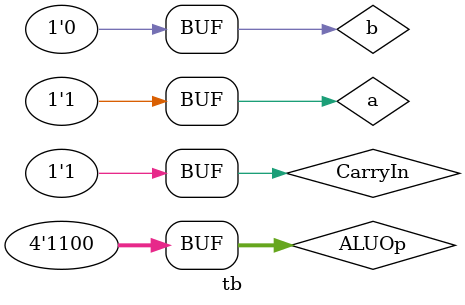
<source format=v>
module tb();
  
  reg a;
  reg b;
  reg CarryIn;
  reg [3:0] ALUOp;
  wire Result;
  wire CarryOut;
  
  ALU_1_bit alu01
  (
    .a(a),
    .b(b),
    .CarryIn(CarryIn),
    .ALUOp(ALUOp),
    .Result(Result),
    .CarryOut(CarryOut)
  );
  
  initial
  begin
  a = 1'b1;
  b = 1'b0;
  CarryIn = 1'b1;
  ALUOp = 4'b0000;
  
  #5 ALUOp = 4'b0001;
  #5 ALUOp = 4'b0010;
  #5 ALUOp = 4'b0110;
  #5 ALUOp = 4'b1100;
  end
  
endmodule
  
</source>
